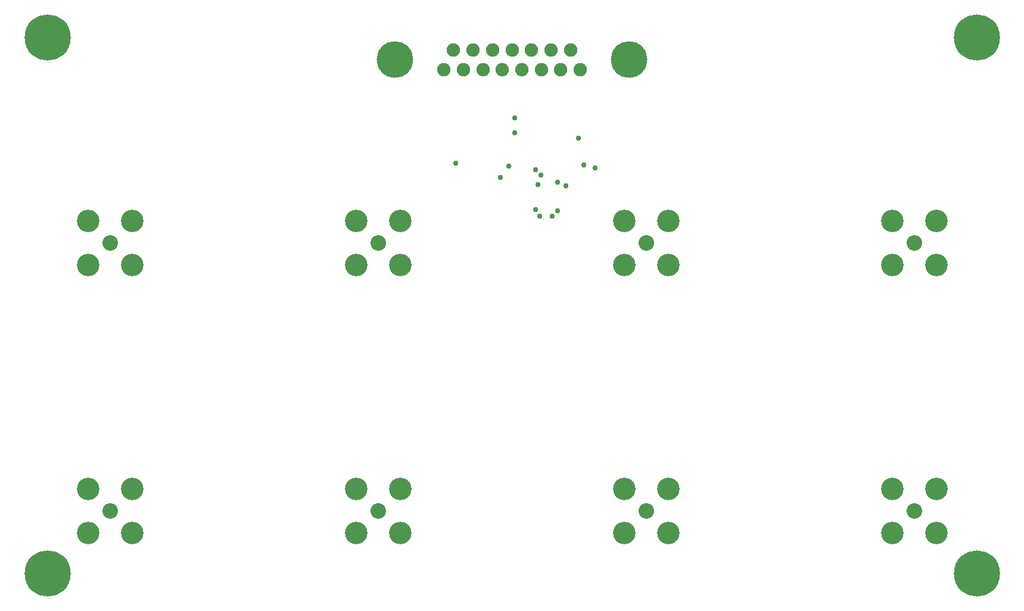
<source format=gbs>
G04*
G04 #@! TF.GenerationSoftware,Altium Limited,Altium Designer,18.1.9 (240)*
G04*
G04 Layer_Color=16711935*
%FSLAX25Y25*%
%MOIN*%
G70*
G01*
G75*
%ADD24C,0.08674*%
%ADD25C,0.12611*%
%ADD26C,0.25800*%
%ADD27C,0.20485*%
%ADD28C,0.07493*%
%ADD29C,0.03000*%
D24*
X610000Y160000D02*
D03*
X460000D02*
D03*
X310000D02*
D03*
X160000D02*
D03*
X610000Y310000D02*
D03*
X460000D02*
D03*
X310000D02*
D03*
X160000D02*
D03*
D25*
X597677Y172323D02*
D03*
X622323D02*
D03*
Y147677D02*
D03*
X597677D02*
D03*
X447677Y172323D02*
D03*
X472323D02*
D03*
Y147677D02*
D03*
X447677D02*
D03*
X297677Y172323D02*
D03*
X322323D02*
D03*
Y147677D02*
D03*
X297677D02*
D03*
X147677Y172323D02*
D03*
X172323D02*
D03*
Y147677D02*
D03*
X147677D02*
D03*
X597677Y322323D02*
D03*
X622323D02*
D03*
Y297677D02*
D03*
X597677D02*
D03*
X447677Y322323D02*
D03*
X472323D02*
D03*
Y297677D02*
D03*
X447677D02*
D03*
X297677Y322323D02*
D03*
X322323D02*
D03*
Y297677D02*
D03*
X297677D02*
D03*
X147677Y322323D02*
D03*
X172323D02*
D03*
Y297677D02*
D03*
X147677D02*
D03*
D26*
X645000Y425000D02*
D03*
Y125000D02*
D03*
X125000Y425000D02*
D03*
Y125000D02*
D03*
D27*
X450551Y412500D02*
D03*
X319449D02*
D03*
D28*
X346831Y406910D02*
D03*
X357736D02*
D03*
X368642D02*
D03*
X379547D02*
D03*
X423169D02*
D03*
X412264D02*
D03*
X401358D02*
D03*
X390453D02*
D03*
X395905Y418090D02*
D03*
X406811D02*
D03*
X417717D02*
D03*
X385000D02*
D03*
X374095D02*
D03*
X363189D02*
D03*
X352283D02*
D03*
D29*
X425000Y353500D02*
D03*
X431500Y352000D02*
D03*
X415000Y342035D02*
D03*
X407500Y325000D02*
D03*
X400500D02*
D03*
X410398Y328000D02*
D03*
X398000Y328500D02*
D03*
X401000Y348000D02*
D03*
X398000Y351000D02*
D03*
X399500Y342500D02*
D03*
X422000Y368500D02*
D03*
X410398Y343898D02*
D03*
X386500Y371500D02*
D03*
Y380000D02*
D03*
X353500Y354500D02*
D03*
X378394Y346500D02*
D03*
X383000Y353000D02*
D03*
M02*

</source>
